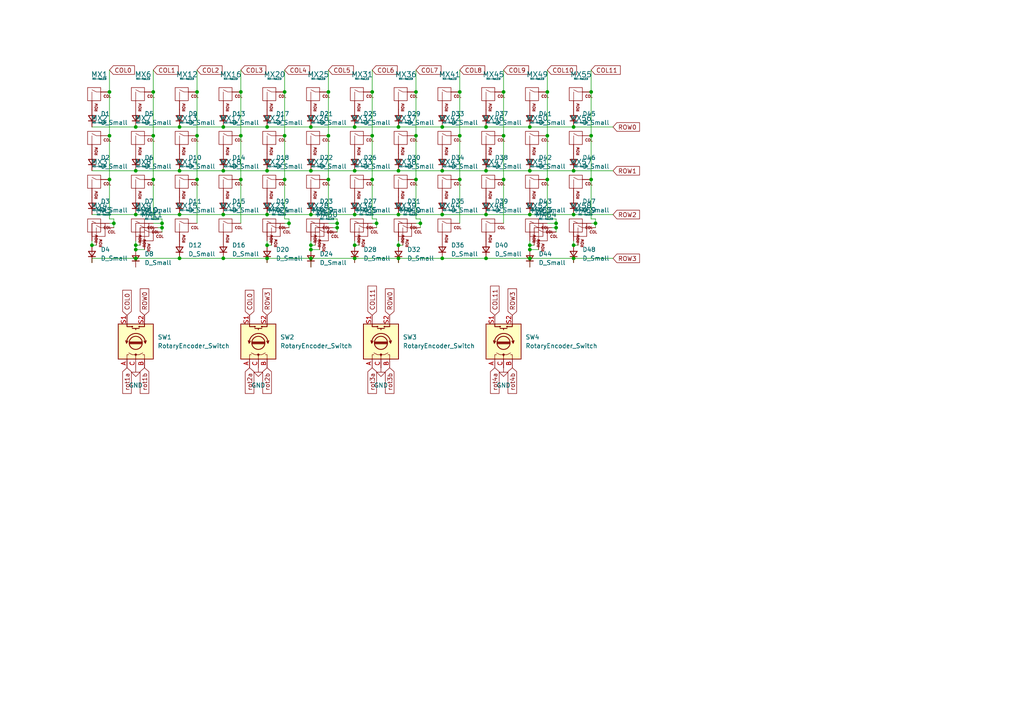
<source format=kicad_sch>
(kicad_sch (version 20211123) (generator eeschema)
  (paper "A4")
  (lib_symbols
    (symbol "Device:D_Small" (pin_numbers hide) (pin_names (offset 0.254) hide)
      (property "Reference" "D" (at -1.27 2.032 0))
      (property "Value" "D_Small" (at -3.81 -2.032 0))
      (symbol "D_Small_0_1"
        (polyline (pts (xy -0.762 -1.016) (xy -0.762 1.016)) (stroke (width 0.254)))
        (polyline (pts (xy -0.762 0) (xy 0.762 0)))
        (polyline (pts (xy 0.762 -1.016) (xy -0.762 0) (xy 0.762 1.016) (xy 0.762 -1.016)) (stroke (width 0.254)))
      )
      (symbol "D_Small_1_1"
        (pin passive line (at -2.54 0 0) (length 1.778) (name "K") (number "1"))
        (pin passive line (at 2.54 0 180) (length 1.778) (name "A") (number "2"))
      )
    )
    (symbol "Device:RotaryEncoder_Switch" (pin_names (offset 0.254) hide)
      (property "Reference" "SW" (at 0 6.604 0))
      (property "Value" "RotaryEncoder_Switch" (at 0 -6.604 0))
      (symbol "RotaryEncoder_Switch_0_1"
        (rectangle (start -5.08 5.08) (end 5.08 -5.08) (stroke (width 0.254)) (fill (type background)))
        (circle (center -3.81 0) (radius 0.254) (fill (type outline)))
        (arc (start -0.381 -2.794) (mid 2.3622 -0.0508) (end -0.381 2.667) (stroke (width 0.254)))
        (circle (center -0.381 0) (radius 1.905) (stroke (width 0.254)))
        (polyline (pts (xy -0.635 -1.778) (xy -0.635 1.778)) (stroke (width 0.254)))
        (polyline (pts (xy -0.381 -1.778) (xy -0.381 1.778)) (stroke (width 0.254)))
        (polyline (pts (xy -0.127 1.778) (xy -0.127 -1.778)) (stroke (width 0.254)))
        (polyline (pts (xy 3.81 0) (xy 3.429 0)) (stroke (width 0.254)))
        (polyline (pts (xy 3.81 1.016) (xy 3.81 -1.016)) (stroke (width 0.254)))
        (polyline (pts (xy -5.08 -2.54) (xy -3.81 -2.54) (xy -3.81 -2.032)))
        (polyline (pts (xy -5.08 2.54) (xy -3.81 2.54) (xy -3.81 2.032)))
        (polyline (pts (xy 0.254 -3.048) (xy -0.508 -2.794) (xy 0.127 -2.413)) (stroke (width 0.254)))
        (polyline (pts (xy 0.254 2.921) (xy -0.508 2.667) (xy 0.127 2.286)) (stroke (width 0.254)))
        (polyline (pts (xy 5.08 -2.54) (xy 4.318 -2.54) (xy 4.318 -1.016)) (stroke (width 0.254)))
        (polyline (pts (xy 5.08 2.54) (xy 4.318 2.54) (xy 4.318 1.016)) (stroke (width 0.254)))
        (polyline (pts (xy -5.08 0) (xy -3.81 0) (xy -3.81 -1.016) (xy -3.302 -2.032)))
        (polyline (pts (xy -4.318 0) (xy -3.81 0) (xy -3.81 1.016) (xy -3.302 2.032)))
        (circle (center 4.318 -1.016) (radius 0.127) (stroke (width 0.254)))
        (circle (center 4.318 1.016) (radius 0.127) (stroke (width 0.254)))
      )
      (symbol "RotaryEncoder_Switch_1_1"
        (pin passive line (at -7.62 2.54 0) (length 2.54) (name "A") (number "A"))
        (pin passive line (at -7.62 -2.54 0) (length 2.54) (name "B") (number "B"))
        (pin passive line (at -7.62 0 0) (length 2.54) (name "C") (number "C"))
        (pin passive line (at 7.62 2.54 180) (length 2.54) (name "S1") (number "S1"))
        (pin passive line (at 7.62 -2.54 180) (length 2.54) (name "S2") (number "S2"))
      )
    )
    (symbol "cipulot_parts:MX-NoLED" (pin_names (offset 1.016))
      (property "Reference" "MX" (at -0.635 3.81 0))
      (property "Value" "MX-NoLED" (at -0.635 1.27 0))
      (symbol "MX-NoLED_0_0"
        (rectangle (start -2.54 2.54) (end 1.27 -1.27))
        (polyline (pts (xy -1.27 -1.27) (xy -1.27 1.27)) (stroke (width 0.127)))
        (polyline (pts (xy 1.27 1.27) (xy 0 1.27) (xy -1.27 1.905)) (stroke (width 0.127)))
        (text "COL" (at 3.175 0 0) (effects (font (size 0.762 0.762))))
        (text "ROW" (at 0 -1.905 900) (effects (font (size 0.762 0.762)) (justify right)))
      )
      (symbol "MX-NoLED_1_1"
        (pin passive line (at 3.81 1.27 180) (length 2.54) (name "COL") (number "1"))
        (pin passive line (at -1.27 -3.81 90) (length 2.54) (name "ROW") (number "2"))
      )
    )
    (symbol "power:GND" (power) (pin_names (offset 0))
      (property "Value" "GND" (at 0 -3.81 0))
      (symbol "GND_0_1"
        (polyline (pts (xy 0 0) (xy 0 -1.27) (xy 1.27 -1.27) (xy 0 -2.54) (xy -1.27 -1.27) (xy 0 -1.27)))
      )
      (symbol "GND_1_1"
        (pin power_in line (at 0 0 270) (length 0) hide (name "GND") (number "1"))
      )
    )
  )
  (junction (at 39.37 49.53))
  (junction (at 69.85 52.07))
  (junction (at 161.29 66.04))
  (junction (at 82.55 26.67))
  (junction (at 90.17 72.39))
  (junction (at 115.57 36.83))
  (junction (at 77.47 74.93))
  (junction (at 140.97 36.83))
  (junction (at 82.55 52.07))
  (junction (at 102.87 49.53))
  (junction (at 166.37 71.12))
  (junction (at 140.97 62.23))
  (junction (at 77.47 62.23))
  (junction (at 97.79 64.77))
  (junction (at 69.85 26.67))
  (junction (at 46.99 66.04))
  (junction (at 158.75 39.37))
  (junction (at 57.15 39.37))
  (junction (at 52.07 36.83))
  (junction (at 153.67 49.53))
  (junction (at 140.97 49.53))
  (junction (at 77.47 71.12))
  (junction (at 153.67 71.12))
  (junction (at 107.95 39.37))
  (junction (at 120.65 52.07))
  (junction (at 133.35 39.37))
  (junction (at 64.77 36.83))
  (junction (at 90.17 74.93))
  (junction (at 121.92 64.77))
  (junction (at 39.37 62.23))
  (junction (at 44.45 26.67))
  (junction (at 64.77 62.23))
  (junction (at 102.87 71.12))
  (junction (at 128.27 49.53))
  (junction (at 171.45 39.37))
  (junction (at 95.25 52.07))
  (junction (at 109.22 64.77))
  (junction (at 57.15 26.67))
  (junction (at 90.17 62.23))
  (junction (at 82.55 39.37))
  (junction (at 146.05 26.67))
  (junction (at 52.07 74.93))
  (junction (at 172.72 64.77))
  (junction (at 161.29 64.77))
  (junction (at 115.57 74.93))
  (junction (at 146.05 52.07))
  (junction (at 31.75 52.07))
  (junction (at 171.45 26.67))
  (junction (at 31.75 26.67))
  (junction (at 39.37 74.93))
  (junction (at 39.37 72.39))
  (junction (at 102.87 74.93))
  (junction (at 90.17 71.12))
  (junction (at 95.25 39.37))
  (junction (at 83.82 64.77))
  (junction (at 107.95 52.07))
  (junction (at 166.37 36.83))
  (junction (at 158.75 52.07))
  (junction (at 133.35 52.07))
  (junction (at 140.97 74.93))
  (junction (at 102.87 62.23))
  (junction (at 77.47 49.53))
  (junction (at 107.95 26.67))
  (junction (at 64.77 74.93))
  (junction (at 115.57 71.12))
  (junction (at 128.27 62.23))
  (junction (at 90.17 36.83))
  (junction (at 146.05 39.37))
  (junction (at 52.07 62.23))
  (junction (at 39.37 36.83))
  (junction (at 166.37 74.93))
  (junction (at 158.75 26.67))
  (junction (at 26.67 71.12))
  (junction (at 153.67 74.93))
  (junction (at 69.85 39.37))
  (junction (at 44.45 52.07))
  (junction (at 120.65 26.67))
  (junction (at 46.99 64.77))
  (junction (at 90.17 49.53))
  (junction (at 153.67 36.83))
  (junction (at 39.37 71.12))
  (junction (at 133.35 26.67))
  (junction (at 115.57 49.53))
  (junction (at 52.07 49.53))
  (junction (at 115.57 62.23))
  (junction (at 120.65 39.37))
  (junction (at 57.15 52.07))
  (junction (at 77.47 36.83))
  (junction (at 128.27 74.93))
  (junction (at 171.45 52.07))
  (junction (at 64.77 49.53))
  (junction (at 166.37 62.23))
  (junction (at 153.67 72.39))
  (junction (at 97.79 66.04))
  (junction (at 44.45 39.37))
  (junction (at 95.25 26.67))
  (junction (at 31.75 39.37))
  (junction (at 128.27 36.83))
  (junction (at 153.67 62.23))
  (junction (at 166.37 49.53))
  (junction (at 33.02 64.77))
  (junction (at 102.87 36.83))
  (wire (pts (xy 57.15 39.37) (xy 57.15 52.07)))
  (wire (pts (xy 120.65 20.32) (xy 120.65 26.67)))
  (wire (pts (xy 102.87 49.53) (xy 115.57 49.53)))
  (wire (pts (xy 115.57 62.23) (xy 128.27 62.23)))
  (wire (pts (xy 158.75 64.77) (xy 161.29 64.77)))
  (wire (pts (xy 166.37 74.93) (xy 177.8 74.93)))
  (wire (pts (xy 44.45 26.67) (xy 44.45 39.37)))
  (wire (pts (xy 57.15 20.32) (xy 57.15 26.67)))
  (wire (pts (xy 115.57 69.85) (xy 115.57 71.12)))
  (wire (pts (xy 102.87 71.12) (xy 104.14 71.12)))
  (wire (pts (xy 69.85 39.37) (xy 69.85 52.07)))
  (wire (pts (xy 82.55 26.67) (xy 82.55 39.37)))
  (wire (pts (xy 31.75 39.37) (xy 31.75 52.07)))
  (wire (pts (xy 77.47 49.53) (xy 90.17 49.53)))
  (wire (pts (xy 97.79 66.04) (xy 97.79 67.31)))
  (wire (pts (xy 158.75 52.07) (xy 158.75 39.37)))
  (wire (pts (xy 96.52 66.04) (xy 97.79 66.04)))
  (wire (pts (xy 77.47 74.93) (xy 90.17 74.93)))
  (wire (pts (xy 64.77 74.93) (xy 77.47 74.93)))
  (wire (pts (xy 31.75 20.32) (xy 31.75 26.67)))
  (wire (pts (xy 171.45 20.32) (xy 171.45 26.67)))
  (wire (pts (xy 109.22 64.77) (xy 109.22 66.04)))
  (wire (pts (xy 166.37 74.93) (xy 166.37 76.2)))
  (wire (pts (xy 115.57 74.93) (xy 128.27 74.93)))
  (wire (pts (xy 146.05 20.32) (xy 146.05 26.67)))
  (wire (pts (xy 39.37 74.93) (xy 26.67 74.93)))
  (wire (pts (xy 52.07 36.83) (xy 64.77 36.83)))
  (wire (pts (xy 26.67 69.85) (xy 26.67 71.12)))
  (wire (pts (xy 90.17 74.93) (xy 102.87 74.93)))
  (wire (pts (xy 166.37 71.12) (xy 167.64 71.12)))
  (wire (pts (xy 52.07 74.93) (xy 64.77 74.93)))
  (wire (pts (xy 102.87 62.23) (xy 115.57 62.23)))
  (wire (pts (xy 128.27 62.23) (xy 140.97 62.23)))
  (wire (pts (xy 121.92 63.5) (xy 120.65 63.5)))
  (wire (pts (xy 97.79 64.77) (xy 97.79 66.04)))
  (wire (pts (xy 158.75 63.5) (xy 158.75 52.07)))
  (wire (pts (xy 128.27 74.93) (xy 140.97 74.93)))
  (wire (pts (xy 33.02 64.77) (xy 33.02 63.5)))
  (wire (pts (xy 120.65 63.5) (xy 120.65 52.07)))
  (wire (pts (xy 115.57 36.83) (xy 128.27 36.83)))
  (wire (pts (xy 153.67 62.23) (xy 166.37 62.23)))
  (wire (pts (xy 90.17 71.12) (xy 90.17 72.39)))
  (wire (pts (xy 153.67 71.12) (xy 154.94 71.12)))
  (wire (pts (xy 46.99 66.04) (xy 46.99 67.31)))
  (wire (pts (xy 153.67 69.85) (xy 153.67 71.12)))
  (wire (pts (xy 102.87 74.93) (xy 102.87 76.2)))
  (wire (pts (xy 153.67 72.39) (xy 156.21 72.39)))
  (wire (pts (xy 77.47 69.85) (xy 77.47 71.12)))
  (wire (pts (xy 46.99 64.77) (xy 46.99 63.5)))
  (wire (pts (xy 39.37 71.12) (xy 40.64 71.12)))
  (wire (pts (xy 172.72 64.77) (xy 172.72 66.04)))
  (wire (pts (xy 39.37 36.83) (xy 52.07 36.83)))
  (wire (pts (xy 52.07 74.93) (xy 39.37 74.93)))
  (wire (pts (xy 39.37 71.12) (xy 39.37 72.39)))
  (wire (pts (xy 83.82 64.77) (xy 83.82 63.5)))
  (wire (pts (xy 153.67 71.12) (xy 153.67 72.39)))
  (wire (pts (xy 146.05 26.67) (xy 146.05 39.37)))
  (wire (pts (xy 46.99 64.77) (xy 46.99 66.04)))
  (wire (pts (xy 69.85 52.07) (xy 69.85 64.77)))
  (wire (pts (xy 97.79 64.77) (xy 97.79 63.5)))
  (wire (pts (xy 44.45 39.37) (xy 44.45 52.07)))
  (wire (pts (xy 64.77 49.53) (xy 77.47 49.53)))
  (wire (pts (xy 95.25 63.5) (xy 95.25 52.07)))
  (wire (pts (xy 107.95 52.07) (xy 107.95 63.5)))
  (wire (pts (xy 140.97 49.53) (xy 153.67 49.53)))
  (wire (pts (xy 166.37 49.53) (xy 177.8 49.53)))
  (wire (pts (xy 26.67 74.93) (xy 26.67 76.2)))
  (wire (pts (xy 45.72 66.04) (xy 46.99 66.04)))
  (wire (pts (xy 107.95 20.32) (xy 107.95 26.67)))
  (wire (pts (xy 82.55 63.5) (xy 82.55 52.07)))
  (wire (pts (xy 77.47 36.83) (xy 90.17 36.83)))
  (wire (pts (xy 128.27 49.53) (xy 140.97 49.53)))
  (wire (pts (xy 102.87 69.85) (xy 102.87 71.12)))
  (wire (pts (xy 44.45 63.5) (xy 44.45 52.07)))
  (wire (pts (xy 161.29 63.5) (xy 158.75 63.5)))
  (wire (pts (xy 95.25 26.67) (xy 95.25 39.37)))
  (wire (pts (xy 109.22 64.77) (xy 109.22 63.5)))
  (wire (pts (xy 90.17 69.85) (xy 90.17 71.12)))
  (wire (pts (xy 33.02 64.77) (xy 33.02 66.04)))
  (wire (pts (xy 146.05 52.07) (xy 146.05 64.77)))
  (wire (pts (xy 31.75 26.67) (xy 31.75 39.37)))
  (wire (pts (xy 95.25 64.77) (xy 97.79 64.77)))
  (wire (pts (xy 172.72 63.5) (xy 171.45 63.5)))
  (wire (pts (xy 158.75 26.67) (xy 158.75 20.32)))
  (wire (pts (xy 95.25 20.32) (xy 95.25 26.67)))
  (wire (pts (xy 115.57 71.12) (xy 116.84 71.12)))
  (wire (pts (xy 171.45 64.77) (xy 172.72 64.77)))
  (wire (pts (xy 166.37 36.83) (xy 177.8 36.83)))
  (wire (pts (xy 31.75 63.5) (xy 31.75 52.07)))
  (wire (pts (xy 82.55 20.32) (xy 82.55 26.67)))
  (wire (pts (xy 77.47 74.93) (xy 77.47 76.2)))
  (wire (pts (xy 107.95 63.5) (xy 109.22 63.5)))
  (wire (pts (xy 158.75 39.37) (xy 158.75 26.67)))
  (wire (pts (xy 120.65 64.77) (xy 121.92 64.77)))
  (wire (pts (xy 69.85 26.67) (xy 69.85 39.37)))
  (wire (pts (xy 133.35 26.67) (xy 133.35 39.37)))
  (wire (pts (xy 115.57 49.53) (xy 128.27 49.53)))
  (wire (pts (xy 64.77 62.23) (xy 77.47 62.23)))
  (wire (pts (xy 44.45 64.77) (xy 46.99 64.77)))
  (wire (pts (xy 161.29 64.77) (xy 161.29 66.04)))
  (wire (pts (xy 46.99 63.5) (xy 44.45 63.5)))
  (wire (pts (xy 102.87 74.93) (xy 115.57 74.93)))
  (wire (pts (xy 90.17 36.83) (xy 102.87 36.83)))
  (wire (pts (xy 153.67 49.53) (xy 166.37 49.53)))
  (wire (pts (xy 107.95 26.67) (xy 107.95 39.37)))
  (wire (pts (xy 83.82 63.5) (xy 82.55 63.5)))
  (wire (pts (xy 90.17 62.23) (xy 102.87 62.23)))
  (wire (pts (xy 90.17 72.39) (xy 92.71 72.39)))
  (wire (pts (xy 83.82 64.77) (xy 83.82 66.04)))
  (wire (pts (xy 133.35 39.37) (xy 133.35 52.07)))
  (wire (pts (xy 133.35 20.32) (xy 133.35 26.67)))
  (wire (pts (xy 77.47 71.12) (xy 78.74 71.12)))
  (wire (pts (xy 153.67 36.83) (xy 166.37 36.83)))
  (wire (pts (xy 26.67 49.53) (xy 39.37 49.53)))
  (wire (pts (xy 102.87 36.83) (xy 115.57 36.83)))
  (wire (pts (xy 128.27 36.83) (xy 140.97 36.83)))
  (wire (pts (xy 140.97 62.23) (xy 153.67 62.23)))
  (wire (pts (xy 31.75 64.77) (xy 33.02 64.77)))
  (wire (pts (xy 82.55 64.77) (xy 83.82 64.77)))
  (wire (pts (xy 115.57 74.93) (xy 115.57 76.2)))
  (wire (pts (xy 39.37 72.39) (xy 41.91 72.39)))
  (wire (pts (xy 120.65 26.67) (xy 120.65 39.37)))
  (wire (pts (xy 95.25 39.37) (xy 95.25 52.07)))
  (wire (pts (xy 39.37 69.85) (xy 39.37 71.12)))
  (wire (pts (xy 26.67 71.12) (xy 27.94 71.12)))
  (wire (pts (xy 171.45 39.37) (xy 171.45 52.07)))
  (wire (pts (xy 57.15 52.07) (xy 57.15 64.77)))
  (wire (pts (xy 44.45 20.32) (xy 44.45 26.67)))
  (wire (pts (xy 39.37 74.93) (xy 39.37 77.47)))
  (wire (pts (xy 172.72 63.5) (xy 172.72 64.77)))
  (wire (pts (xy 82.55 39.37) (xy 82.55 52.07)))
  (wire (pts (xy 171.45 52.07) (xy 171.45 63.5)))
  (wire (pts (xy 166.37 62.23) (xy 177.8 62.23)))
  (wire (pts (xy 153.67 74.93) (xy 166.37 74.93)))
  (wire (pts (xy 52.07 62.23) (xy 64.77 62.23)))
  (wire (pts (xy 26.67 62.23) (xy 39.37 62.23)))
  (wire (pts (xy 133.35 52.07) (xy 133.35 64.77)))
  (wire (pts (xy 90.17 71.12) (xy 91.44 71.12)))
  (wire (pts (xy 121.92 64.77) (xy 121.92 66.04)))
  (wire (pts (xy 107.95 39.37) (xy 107.95 52.07)))
  (wire (pts (xy 33.02 63.5) (xy 31.75 63.5)))
  (wire (pts (xy 77.47 62.23) (xy 90.17 62.23)))
  (wire (pts (xy 107.95 64.77) (xy 109.22 64.77)))
  (wire (pts (xy 161.29 66.04) (xy 161.29 67.31)))
  (wire (pts (xy 140.97 74.93) (xy 153.67 74.93)))
  (wire (pts (xy 166.37 69.85) (xy 166.37 71.12)))
  (wire (pts (xy 161.29 64.77) (xy 161.29 63.5)))
  (wire (pts (xy 39.37 62.23) (xy 52.07 62.23)))
  (wire (pts (xy 160.02 66.04) (xy 161.29 66.04)))
  (wire (pts (xy 146.05 39.37) (xy 146.05 52.07)))
  (wire (pts (xy 153.67 74.93) (xy 153.67 77.47)))
  (wire (pts (xy 52.07 49.53) (xy 64.77 49.53)))
  (wire (pts (xy 90.17 74.93) (xy 90.17 77.47)))
  (wire (pts (xy 69.85 20.32) (xy 69.85 26.67)))
  (wire (pts (xy 57.15 26.67) (xy 57.15 39.37)))
  (wire (pts (xy 26.67 36.83) (xy 39.37 36.83)))
  (wire (pts (xy 120.65 39.37) (xy 120.65 52.07)))
  (wire (pts (xy 97.79 63.5) (xy 95.25 63.5)))
  (wire (pts (xy 39.37 49.53) (xy 52.07 49.53)))
  (wire (pts (xy 64.77 36.83) (xy 77.47 36.83)))
  (wire (pts (xy 90.17 49.53) (xy 102.87 49.53)))
  (wire (pts (xy 171.45 26.67) (xy 171.45 39.37)))
  (wire (pts (xy 121.92 64.77) (xy 121.92 63.5)))
  (wire (pts (xy 140.97 36.83) (xy 153.67 36.83)))
  (global_label "COL0" (shape input) (at 36.83 91.44 90) (property "Intersheet References" "${INTERSHEET_REFS}" (effects hide)))
  (global_label "COL9" (shape input) (at 146.05 20.32 0) (property "Intersheet References" "${INTERSHEET_REFS}" (effects hide)))
  (global_label "COL10" (shape input) (at 158.75 20.32 0) (property "Intersheet References" "${INTERSHEET_REFS}" (effects hide)))
  (global_label "COL5" (shape input) (at 95.25 20.32 0) (property "Intersheet References" "${INTERSHEET_REFS}" (effects hide)))
  (global_label "ROW1" (shape input) (at 177.8 49.53 0) (property "Intersheet References" "${INTERSHEET_REFS}" (effects hide)))
  (global_label "COL0" (shape input) (at 72.39 91.44 90) (property "Intersheet References" "${INTERSHEET_REFS}" (effects hide)))
  (global_label "COL8" (shape input) (at 133.35 20.32 0) (property "Intersheet References" "${INTERSHEET_REFS}" (effects hide)))
  (global_label "rot4a" (shape input) (at 143.51 106.68 270) (property "Intersheet References" "${INTERSHEET_REFS}" (effects hide)))
  (global_label "rot1b" (shape input) (at 41.91 106.68 270) (property "Intersheet References" "${INTERSHEET_REFS}" (effects hide)))
  (global_label "COL11" (shape input) (at 107.95 91.44 90) (property "Intersheet References" "${INTERSHEET_REFS}" (effects hide)))
  (global_label "COL11" (shape input) (at 143.51 91.44 90) (property "Intersheet References" "${INTERSHEET_REFS}" (effects hide)))
  (global_label "ROW0" (shape input) (at 177.8 36.83 0) (property "Intersheet References" "${INTERSHEET_REFS}" (effects hide)))
  (global_label "rot1a" (shape input) (at 36.83 106.68 270) (property "Intersheet References" "${INTERSHEET_REFS}" (effects hide)))
  (global_label "COL7" (shape input) (at 120.65 20.32 0) (property "Intersheet References" "${INTERSHEET_REFS}" (effects hide)))
  (global_label "COL1" (shape input) (at 44.45 20.32 0) (property "Intersheet References" "${INTERSHEET_REFS}" (effects hide)))
  (global_label "COL6" (shape input) (at 107.95 20.32 0) (property "Intersheet References" "${INTERSHEET_REFS}" (effects hide)))
  (global_label "rot2b" (shape input) (at 77.47 106.68 270) (property "Intersheet References" "${INTERSHEET_REFS}" (effects hide)))
  (global_label "COL4" (shape input) (at 82.55 20.32 0) (property "Intersheet References" "${INTERSHEET_REFS}" (effects hide)))
  (global_label "COL3" (shape input) (at 69.85 20.32 0) (property "Intersheet References" "${INTERSHEET_REFS}" (effects hide)))
  (global_label "COL2" (shape input) (at 57.15 20.32 0) (property "Intersheet References" "${INTERSHEET_REFS}" (effects hide)))
  (global_label "ROW3" (shape input) (at 177.8 74.93 0) (property "Intersheet References" "${INTERSHEET_REFS}" (effects hide)))
  (global_label "ROW3" (shape input) (at 77.47 91.44 90) (property "Intersheet References" "${INTERSHEET_REFS}" (effects hide)))
  (global_label "rot3b" (shape input) (at 113.03 106.68 270) (property "Intersheet References" "${INTERSHEET_REFS}" (effects hide)))
  (global_label "rot4b" (shape input) (at 148.59 106.68 270) (property "Intersheet References" "${INTERSHEET_REFS}" (effects hide)))
  (global_label "ROW2" (shape input) (at 177.8 62.23 0) (property "Intersheet References" "${INTERSHEET_REFS}" (effects hide)))
  (global_label "rot2a" (shape input) (at 72.39 106.68 270) (property "Intersheet References" "${INTERSHEET_REFS}" (effects hide)))
  (global_label "ROW3" (shape input) (at 148.59 91.44 90) (property "Intersheet References" "${INTERSHEET_REFS}" (effects hide)))
  (global_label "ROW0" (shape input) (at 41.91 91.44 90) (property "Intersheet References" "${INTERSHEET_REFS}" (effects hide)))
  (global_label "rot3a" (shape input) (at 107.95 106.68 270) (property "Intersheet References" "${INTERSHEET_REFS}" (effects hide)))
  (global_label "COL0" (shape input) (at 31.75 20.32 0) (property "Intersheet References" "${INTERSHEET_REFS}" (effects hide)))
  (global_label "ROW0" (shape input) (at 113.03 91.44 90) (property "Intersheet References" "${INTERSHEET_REFS}" (effects hide)))
  (global_label "COL11" (shape input) (at 171.45 20.32 0) (property "Intersheet References" "${INTERSHEET_REFS}" (effects hide)))
  (symbol (lib_id "cipulot_parts:MX-NoLED") (at 142.24 40.64 0) (unit 1)
    (property "Reference" "MX46" (at 143.1256 34.29 0) (effects (font (size 1.524 1.524))))
    (property "Value" "MX-NoLED" (at 143.1256 35.56 0) (effects (font (size 0.508 0.508))))
    (property "Footprint" "cipulot_parts:MX-1U-NoLED" (effects hide))
  )
  (symbol (lib_id "cipulot_parts:MX-NoLED") (at 27.94 66.04 0) (unit 1)
    (property "Reference" "MX4" (at 28.8256 59.69 0) (effects (font (size 1.524 1.524))))
    (property "Value" "MX-NoLED" (at 28.8256 60.96 0) (effects (font (size 0.508 0.508))))
    (property "Footprint" "cipulot_parts:MX-1U-NoLED" (effects hide))
  )
  (symbol (lib_id "cipulot_parts:MX-NoLED") (at 91.44 53.34 0) (unit 1)
    (property "Reference" "MX27" (at 92.3256 46.99 0) (effects (font (size 1.524 1.524))))
    (property "Value" "MX-NoLED" (at 92.3256 48.26 0) (effects (font (size 0.508 0.508))))
    (property "Footprint" "cipulot_parts:MX-1U-NoLED" (effects hide))
  )
  (symbol (lib_id "cipulot_parts:MX-NoLED") (at 167.64 53.34 0) (unit 1)
    (property "Reference" "MX57" (at 168.5256 46.99 0) (effects (font (size 1.524 1.524))))
    (property "Value" "MX-NoLED" (at 168.5256 48.26 0) (effects (font (size 0.508 0.508))))
    (property "Footprint" "cipulot_parts:MX-1U-NoLED" (effects hide))
  )
  (symbol (lib_id "Device:D_Small") (at 77.47 34.29 90) (unit 1)
    (property "Reference" "D17" (at 80.01 33.0199 90) (effects (justify right)))
    (property "Value" "D_Small" (at 80.01 35.5599 90) (effects (justify right)))
    (property "Footprint" "Diode_SMD:D_SOD-123" (effects hide))
  )
  (symbol (lib_id "cipulot_parts:MX-NoLED") (at 80.01 67.31 0) (unit 1)
    (property "Reference" "MX24" (at 80.8956 60.96 0) (effects (font (size 1.524 1.524))))
    (property "Value" "MX-NoLED" (at 80.8956 62.23 0) (effects (font (size 0.508 0.508))))
    (property "Footprint" "cipulot_parts:MX-3U-ReversedStabilizers-NoLED" (effects hide))
  )
  (symbol (lib_id "Device:RotaryEncoder_Switch") (at 110.49 99.06 90) (unit 1)
    (property "Reference" "SW3" (at 116.84 97.7899 90) (effects (justify right)))
    (property "Value" "RotaryEncoder_Switch" (at 116.84 100.3299 90) (effects (justify right)))
    (property "Footprint" "Rotary_Encoder:RotaryEncoder_Alps_EC11E-Switch_Vertical_H20mm" (effects hide))
  )
  (symbol (lib_id "Device:D_Small") (at 128.27 72.39 90) (unit 1)
    (property "Reference" "D36" (at 130.81 71.1199 90) (effects (justify right)))
    (property "Value" "D_Small" (at 130.81 73.6599 90) (effects (justify right)))
    (property "Footprint" "Diode_SMD:D_SOD-123" (effects hide))
  )
  (symbol (lib_id "cipulot_parts:MX-NoLED") (at 154.94 66.04 0) (unit 1)
    (property "Reference" "MX52" (at 155.8256 59.69 0) (effects (font (size 1.524 1.524))))
    (property "Value" "MX-NoLED" (at 155.8256 60.96 0) (effects (font (size 0.508 0.508))))
    (property "Footprint" "cipulot_parts:MX-1U-NoLED" (effects hide))
  )
  (symbol (lib_id "Device:RotaryEncoder_Switch") (at 39.37 99.06 90) (unit 1)
    (property "Reference" "SW1" (at 45.72 97.7899 90) (effects (justify right)))
    (property "Value" "RotaryEncoder_Switch" (at 45.72 100.3299 90) (effects (justify right)))
    (property "Footprint" "Rotary_Encoder:RotaryEncoder_Alps_EC11E-Switch_Vertical_H20mm" (effects hide))
  )
  (symbol (lib_id "cipulot_parts:MX-NoLED") (at 40.64 40.64 0) (unit 1)
    (property "Reference" "MX7" (at 41.5256 34.29 0) (effects (font (size 1.524 1.524))))
    (property "Value" "MX-NoLED" (at 41.5256 35.56 0) (effects (font (size 0.508 0.508))))
    (property "Footprint" "cipulot_parts:MX-1U-NoLED" (effects hide))
  )
  (symbol (lib_id "cipulot_parts:MX-NoLED") (at 27.94 40.64 0) (unit 1)
    (property "Reference" "MX2" (at 28.8256 34.29 0) (effects (font (size 1.524 1.524))))
    (property "Value" "MX-NoLED" (at 28.8256 35.56 0) (effects (font (size 0.508 0.508))))
    (property "Footprint" "cipulot_parts:MX-1U-NoLED" (effects hide))
  )
  (symbol (lib_id "cipulot_parts:MX-NoLED") (at 104.14 27.94 0) (unit 1)
    (property "Reference" "MX31" (at 105.0256 21.59 0) (effects (font (size 1.524 1.524))))
    (property "Value" "MX-NoLED" (at 105.0256 22.86 0) (effects (font (size 0.508 0.508))))
    (property "Footprint" "cipulot_parts:MX-1U-NoLED" (effects hide))
  )
  (symbol (lib_id "Device:D_Small") (at 52.07 34.29 90) (unit 1)
    (property "Reference" "D9" (at 54.61 33.0199 90) (effects (justify right)))
    (property "Value" "D_Small" (at 54.61 35.5599 90) (effects (justify right)))
    (property "Footprint" "Diode_SMD:D_SOD-123" (effects hide))
  )
  (symbol (lib_id "cipulot_parts:MX-NoLED") (at 104.14 53.34 0) (unit 1)
    (property "Reference" "MX33" (at 105.0256 46.99 0) (effects (font (size 1.524 1.524))))
    (property "Value" "MX-NoLED" (at 105.0256 48.26 0) (effects (font (size 0.508 0.508))))
    (property "Footprint" "cipulot_parts:MX-1U-NoLED" (effects hide))
  )
  (symbol (lib_id "power:GND") (at 110.49 106.68 0) (unit 1)
    (property "Reference" "#PWR0101" (effects hide))
    (property "Value" "GND" (at 110.49 111.76 0))
  )
  (symbol (lib_id "Device:D_Small") (at 115.57 73.66 90) (unit 1)
    (property "Reference" "D32" (at 118.11 72.3899 90) (effects (justify right)))
    (property "Value" "D_Small" (at 118.11 74.9299 90) (effects (justify right)))
    (property "Footprint" "Diode_SMD:D_SOD-123" (effects hide))
  )
  (symbol (lib_id "cipulot_parts:MX-NoLED") (at 104.14 66.04 0) (unit 1)
    (property "Reference" "MX34" (at 105.0256 59.69 0) (effects (font (size 1.524 1.524))))
    (property "Value" "MX-NoLED" (at 105.0256 60.96 0) (effects (font (size 0.508 0.508))))
    (property "Footprint" "cipulot_parts:MX-1U-NoLED" (effects hide))
  )
  (symbol (lib_id "cipulot_parts:MX-NoLED") (at 78.74 27.94 0) (unit 1)
    (property "Reference" "MX20" (at 79.6256 21.59 0) (effects (font (size 1.524 1.524))))
    (property "Value" "MX-NoLED" (at 79.6256 22.86 0) (effects (font (size 0.508 0.508))))
    (property "Footprint" "cipulot_parts:MX-1U-NoLED" (effects hide))
  )
  (symbol (lib_id "Device:D_Small") (at 26.67 46.99 90) (unit 1)
    (property "Reference" "D2" (at 29.21 45.7199 90) (effects (justify right)))
    (property "Value" "D_Small" (at 29.21 48.2599 90) (effects (justify right)))
    (property "Footprint" "Diode_SMD:D_SOD-123" (effects hide))
  )
  (symbol (lib_id "Device:D_Small") (at 140.97 34.29 90) (unit 1)
    (property "Reference" "D37" (at 143.51 33.0199 90) (effects (justify right)))
    (property "Value" "D_Small" (at 143.51 35.5599 90) (effects (justify right)))
    (property "Footprint" "Diode_SMD:D_SOD-123" (effects hide))
  )
  (symbol (lib_id "cipulot_parts:MX-NoLED") (at 154.94 27.94 0) (unit 1)
    (property "Reference" "MX49" (at 155.8256 21.59 0) (effects (font (size 1.524 1.524))))
    (property "Value" "MX-NoLED" (at 155.8256 22.86 0) (effects (font (size 0.508 0.508))))
    (property "Footprint" "cipulot_parts:MX-1U-NoLED" (effects hide))
  )
  (symbol (lib_id "cipulot_parts:MX-NoLED") (at 66.04 53.34 0) (unit 1)
    (property "Reference" "MX18" (at 66.9256 46.99 0) (effects (font (size 1.524 1.524))))
    (property "Value" "MX-NoLED" (at 66.9256 48.26 0) (effects (font (size 0.508 0.508))))
    (property "Footprint" "cipulot_parts:MX-1U-NoLED" (effects hide))
  )
  (symbol (lib_id "cipulot_parts:MX-NoLED") (at 104.14 40.64 0) (unit 1)
    (property "Reference" "MX32" (at 105.0256 34.29 0) (effects (font (size 1.524 1.524))))
    (property "Value" "MX-NoLED" (at 105.0256 35.56 0) (effects (font (size 0.508 0.508))))
    (property "Footprint" "cipulot_parts:MX-1U-NoLED" (effects hide))
  )
  (symbol (lib_id "Device:D_Small") (at 102.87 73.66 90) (unit 1)
    (property "Reference" "D28" (at 105.41 72.3899 90) (effects (justify right)))
    (property "Value" "D_Small" (at 105.41 74.9299 90) (effects (justify right)))
    (property "Footprint" "Diode_SMD:D_SOD-123" (effects hide))
  )
  (symbol (lib_id "Device:D_Small") (at 102.87 46.99 90) (unit 1)
    (property "Reference" "D26" (at 105.41 45.7199 90) (effects (justify right)))
    (property "Value" "D_Small" (at 105.41 48.2599 90) (effects (justify right)))
    (property "Footprint" "Diode_SMD:D_SOD-123" (effects hide))
  )
  (symbol (lib_id "cipulot_parts:MX-NoLED") (at 53.34 53.34 0) (unit 1)
    (property "Reference" "MX14" (at 54.2256 46.99 0) (effects (font (size 1.524 1.524))))
    (property "Value" "MX-NoLED" (at 54.2256 48.26 0) (effects (font (size 0.508 0.508))))
    (property "Footprint" "cipulot_parts:MX-1U-NoLED" (effects hide))
  )
  (symbol (lib_id "cipulot_parts:MX-NoLED") (at 105.41 67.31 0) (unit 1)
    (property "Reference" "MX35" (at 106.2956 60.96 0) (effects (font (size 1.524 1.524))))
    (property "Value" "MX-NoLED" (at 106.2956 62.23 0) (effects (font (size 0.508 0.508))))
    (property "Footprint" "cipulot_parts:MX-2U-ReversedStabilizers-NoLED" (effects hide))
  )
  (symbol (lib_id "Device:D_Small") (at 140.97 59.69 90) (unit 1)
    (property "Reference" "D39" (at 143.51 58.4199 90) (effects (justify right)))
    (property "Value" "D_Small" (at 143.51 60.9599 90) (effects (justify right)))
    (property "Footprint" "Diode_SMD:D_SOD-123" (effects hide))
  )
  (symbol (lib_id "Device:D_Small") (at 64.77 46.99 90) (unit 1)
    (property "Reference" "D14" (at 67.31 45.7199 90) (effects (justify right)))
    (property "Value" "D_Small" (at 67.31 48.2599 90) (effects (justify right)))
    (property "Footprint" "Diode_SMD:D_SOD-123" (effects hide))
  )
  (symbol (lib_id "cipulot_parts:MX-NoLED") (at 116.84 66.04 0) (unit 1)
    (property "Reference" "MX39" (at 117.7256 59.69 0) (effects (font (size 1.524 1.524))))
    (property "Value" "MX-NoLED" (at 117.7256 60.96 0) (effects (font (size 0.508 0.508))))
    (property "Footprint" "cipulot_parts:MX-1U-NoLED" (effects hide))
  )
  (symbol (lib_id "cipulot_parts:MX-NoLED") (at 142.24 66.04 0) (unit 1)
    (property "Reference" "MX48" (at 143.1256 59.69 0) (effects (font (size 1.524 1.524))))
    (property "Value" "MX-NoLED" (at 143.1256 60.96 0) (effects (font (size 0.508 0.508))))
    (property "Footprint" "cipulot_parts:MX-1U-NoLED" (effects hide))
  )
  (symbol (lib_id "cipulot_parts:MX-NoLED") (at 66.04 40.64 0) (unit 1)
    (property "Reference" "MX17" (at 66.9256 34.29 0) (effects (font (size 1.524 1.524))))
    (property "Value" "MX-NoLED" (at 66.9256 35.56 0) (effects (font (size 0.508 0.508))))
    (property "Footprint" "cipulot_parts:MX-1U-NoLED" (effects hide))
  )
  (symbol (lib_id "cipulot_parts:MX-NoLED") (at 53.34 66.04 0) (unit 1)
    (property "Reference" "MX15" (at 54.2256 59.69 0) (effects (font (size 1.524 1.524))))
    (property "Value" "MX-NoLED" (at 54.2256 60.96 0) (effects (font (size 0.508 0.508))))
    (property "Footprint" "cipulot_parts:MX-1U-NoLED" (effects hide))
  )
  (symbol (lib_id "cipulot_parts:MX-NoLED") (at 167.64 27.94 0) (unit 1)
    (property "Reference" "MX55" (at 168.5256 21.59 0) (effects (font (size 1.524 1.524))))
    (property "Value" "MX-NoLED" (at 168.5256 22.86 0) (effects (font (size 0.508 0.508))))
    (property "Footprint" "cipulot_parts:MX-1U-NoLED" (effects hide))
  )
  (symbol (lib_id "Device:D_Small") (at 77.47 73.66 90) (unit 1)
    (property "Reference" "D20" (at 80.01 72.3899 90) (effects (justify right)))
    (property "Value" "D_Small" (at 80.01 74.9299 90) (effects (justify right)))
    (property "Footprint" "Diode_SMD:D_SOD-123" (effects hide))
  )
  (symbol (lib_id "cipulot_parts:MX-NoLED") (at 93.98 68.58 0) (unit 1)
    (property "Reference" "MX30" (at 94.8656 62.23 0) (effects (font (size 1.524 1.524))))
    (property "Value" "MX-NoLED" (at 94.8656 63.5 0) (effects (font (size 0.508 0.508))))
    (property "Footprint" "cipulot_parts:MX-2U-ReversedStabilizers-NoLED" (effects hide))
  )
  (symbol (lib_id "Device:D_Small") (at 26.67 59.69 90) (unit 1)
    (property "Reference" "D3" (at 29.21 58.4199 90) (effects (justify right)))
    (property "Value" "D_Small" (at 29.21 60.9599 90) (effects (justify right)))
    (property "Footprint" "Diode_SMD:D_SOD-123" (effects hide))
  )
  (symbol (lib_id "cipulot_parts:MX-NoLED") (at 40.64 27.94 0) (unit 1)
    (property "Reference" "MX6" (at 41.5256 21.59 0) (effects (font (size 1.524 1.524))))
    (property "Value" "MX-NoLED" (at 41.5256 22.86 0) (effects (font (size 0.508 0.508))))
    (property "Footprint" "cipulot_parts:MX-1U-NoLED" (effects hide))
  )
  (symbol (lib_id "cipulot_parts:MX-NoLED") (at 29.21 67.31 0) (unit 1)
    (property "Reference" "MX5" (at 30.0956 60.96 0) (effects (font (size 1.524 1.524))))
    (property "Value" "MX-NoLED" (at 30.0956 62.23 0) (effects (font (size 0.508 0.508))))
    (property "Footprint" "cipulot_parts:MX-1.5U-NoLED" (effects hide))
  )
  (symbol (lib_id "Device:D_Small") (at 90.17 34.29 90) (unit 1)
    (property "Reference" "D21" (at 92.71 33.0199 90) (effects (justify right)))
    (property "Value" "D_Small" (at 92.71 35.5599 90) (effects (justify right)))
    (property "Footprint" "Diode_SMD:D_SOD-123" (effects hide))
  )
  (symbol (lib_id "Device:D_Small") (at 77.47 59.69 90) (unit 1)
    (property "Reference" "D19" (at 80.01 58.4199 90) (effects (justify right)))
    (property "Value" "D_Small" (at 80.01 60.9599 90) (effects (justify right)))
    (property "Footprint" "Diode_SMD:D_SOD-123" (effects hide))
  )
  (symbol (lib_id "Device:D_Small") (at 153.67 59.69 90) (unit 1)
    (property "Reference" "D43" (at 156.21 58.4199 90) (effects (justify right)))
    (property "Value" "D_Small" (at 156.21 60.9599 90) (effects (justify right)))
    (property "Footprint" "Diode_SMD:D_SOD-123" (effects hide))
  )
  (symbol (lib_id "cipulot_parts:MX-NoLED") (at 167.64 66.04 0) (unit 1)
    (property "Reference" "MX58" (at 168.5256 59.69 0) (effects (font (size 1.524 1.524))))
    (property "Value" "MX-NoLED" (at 168.5256 60.96 0) (effects (font (size 0.508 0.508))))
    (property "Footprint" "cipulot_parts:MX-1U-NoLED" (effects hide))
  )
  (symbol (lib_id "cipulot_parts:MX-NoLED") (at 53.34 40.64 0) (unit 1)
    (property "Reference" "MX13" (at 54.2256 34.29 0) (effects (font (size 1.524 1.524))))
    (property "Value" "MX-NoLED" (at 54.2256 35.56 0) (effects (font (size 0.508 0.508))))
    (property "Footprint" "cipulot_parts:MX-1U-NoLED" (effects hide))
  )
  (symbol (lib_id "cipulot_parts:MX-NoLED") (at 91.44 40.64 0) (unit 1)
    (property "Reference" "MX26" (at 92.3256 34.29 0) (effects (font (size 1.524 1.524))))
    (property "Value" "MX-NoLED" (at 92.3256 35.56 0) (effects (font (size 0.508 0.508))))
    (property "Footprint" "cipulot_parts:MX-1U-NoLED" (effects hide))
  )
  (symbol (lib_id "cipulot_parts:MX-NoLED") (at 91.44 66.04 0) (unit 1)
    (property "Reference" "MX28" (at 92.3256 59.69 0) (effects (font (size 1.524 1.524))))
    (property "Value" "MX-NoLED" (at 92.3256 60.96 0) (effects (font (size 0.508 0.508))))
    (property "Footprint" "cipulot_parts:MX-1U-NoLED" (effects hide))
  )
  (symbol (lib_id "cipulot_parts:MX-NoLED") (at 142.24 27.94 0) (unit 1)
    (property "Reference" "MX45" (at 143.1256 21.59 0) (effects (font (size 1.524 1.524))))
    (property "Value" "MX-NoLED" (at 143.1256 22.86 0) (effects (font (size 0.508 0.508))))
    (property "Footprint" "cipulot_parts:MX-1U-NoLED" (effects hide))
  )
  (symbol (lib_id "cipulot_parts:MX-NoLED") (at 92.71 67.31 0) (unit 1)
    (property "Reference" "MX29" (at 93.5956 60.96 0) (effects (font (size 1.524 1.524))))
    (property "Value" "MX-NoLED" (at 93.5956 62.23 0) (effects (font (size 0.508 0.508))))
    (property "Footprint" "cipulot_parts:MX-2U-ReversedStabilizers-NoLED" (effects hide))
  )
  (symbol (lib_id "Device:D_Small") (at 115.57 34.29 90) (unit 1)
    (property "Reference" "D29" (at 118.11 33.0199 90) (effects (justify right)))
    (property "Value" "D_Small" (at 118.11 35.5599 90) (effects (justify right)))
    (property "Footprint" "Diode_SMD:D_SOD-123" (effects hide))
  )
  (symbol (lib_id "cipulot_parts:MX-NoLED") (at 53.34 27.94 0) (unit 1)
    (property "Reference" "MX12" (at 54.2256 21.59 0) (effects (font (size 1.524 1.524))))
    (property "Value" "MX-NoLED" (at 54.2256 22.86 0) (effects (font (size 0.508 0.508))))
    (property "Footprint" "cipulot_parts:MX-1U-NoLED" (effects hide))
  )
  (symbol (lib_id "cipulot_parts:MX-NoLED") (at 66.04 66.04 0) (unit 1)
    (property "Reference" "MX19" (at 66.9256 59.69 0) (effects (font (size 1.524 1.524))))
    (property "Value" "MX-NoLED" (at 66.9256 60.96 0) (effects (font (size 0.508 0.508))))
    (property "Footprint" "cipulot_parts:MX-1U-NoLED" (effects hide))
  )
  (symbol (lib_id "Device:D_Small") (at 128.27 46.99 90) (unit 1)
    (property "Reference" "D34" (at 130.81 45.7199 90) (effects (justify right)))
    (property "Value" "D_Small" (at 130.81 48.2599 90) (effects (justify right)))
    (property "Footprint" "Diode_SMD:D_SOD-123" (effects hide))
  )
  (symbol (lib_id "cipulot_parts:MX-NoLED") (at 129.54 66.04 0) (unit 1)
    (property "Reference" "MX44" (at 130.4256 59.69 0) (effects (font (size 1.524 1.524))))
    (property "Value" "MX-NoLED" (at 130.4256 60.96 0) (effects (font (size 0.508 0.508))))
    (property "Footprint" "cipulot_parts:MX-1U-NoLED" (effects hide))
  )
  (symbol (lib_id "cipulot_parts:MX-NoLED") (at 157.48 68.58 0) (unit 1)
    (property "Reference" "MX54" (at 158.3656 62.23 0) (effects (font (size 1.524 1.524))))
    (property "Value" "MX-NoLED" (at 158.3656 63.5 0) (effects (font (size 0.508 0.508))))
    (property "Footprint" "cipulot_parts:MX-1.5U-NoLED" (effects hide))
  )
  (symbol (lib_id "power:GND") (at 39.37 106.68 0) (unit 1)
    (property "Reference" "#PWR0103" (effects hide))
    (property "Value" "GND" (at 39.37 111.76 0))
  )
  (symbol (lib_id "cipulot_parts:MX-NoLED") (at 27.94 53.34 0) (unit 1)
    (property "Reference" "MX3" (at 28.8256 46.99 0) (effects (font (size 1.524 1.524))))
    (property "Value" "MX-NoLED" (at 28.8256 48.26 0) (effects (font (size 0.508 0.508))))
    (property "Footprint" "cipulot_parts:MX-1U-NoLED" (effects hide))
  )
  (symbol (lib_id "Device:D_Small") (at 153.67 46.99 90) (unit 1)
    (property "Reference" "D42" (at 156.21 45.7199 90) (effects (justify right)))
    (property "Value" "D_Small" (at 156.21 48.2599 90) (effects (justify right)))
    (property "Footprint" "Diode_SMD:D_SOD-123" (effects hide))
  )
  (symbol (lib_id "Device:D_Small") (at 90.17 59.69 90) (unit 1)
    (property "Reference" "D23" (at 92.71 58.4199 90) (effects (justify right)))
    (property "Value" "D_Small" (at 92.71 60.9599 90) (effects (justify right)))
    (property "Footprint" "Diode_SMD:D_SOD-123" (effects hide))
  )
  (symbol (lib_id "Device:D_Small") (at 166.37 46.99 90) (unit 1)
    (property "Reference" "D46" (at 168.91 45.7199 90) (effects (justify right)))
    (property "Value" "D_Small" (at 168.91 48.2599 90) (effects (justify right)))
    (property "Footprint" "Diode_SMD:D_SOD-123" (effects hide))
  )
  (symbol (lib_id "Device:D_Small") (at 90.17 46.99 90) (unit 1)
    (property "Reference" "D22" (at 92.71 45.7199 90) (effects (justify right)))
    (property "Value" "D_Small" (at 92.71 48.2599 90) (effects (justify right)))
    (property "Footprint" "Diode_SMD:D_SOD-123" (effects hide))
  )
  (symbol (lib_id "cipulot_parts:MX-NoLED") (at 78.74 66.04 0) (unit 1)
    (property "Reference" "MX23" (at 79.6256 59.69 0) (effects (font (size 1.524 1.524))))
    (property "Value" "MX-NoLED" (at 79.6256 60.96 0) (effects (font (size 0.508 0.508))))
    (property "Footprint" "cipulot_parts:MX-1U-NoLED" (effects hide))
  )
  (symbol (lib_id "Device:RotaryEncoder_Switch") (at 146.05 99.06 90) (unit 1)
    (property "Reference" "SW4" (at 152.4 97.7899 90) (effects (justify right)))
    (property "Value" "RotaryEncoder_Switch" (at 152.4 100.3299 90) (effects (justify right)))
    (property "Footprint" "Rotary_Encoder:RotaryEncoder_Alps_EC11E-Switch_Vertical_H20mm" (effects hide))
  )
  (symbol (lib_id "Device:RotaryEncoder_Switch") (at 74.93 99.06 90) (unit 1)
    (property "Reference" "SW2" (at 81.28 97.7899 90) (effects (justify right)))
    (property "Value" "RotaryEncoder_Switch" (at 81.28 100.3299 90) (effects (justify right)))
    (property "Footprint" "Rotary_Encoder:RotaryEncoder_Alps_EC11E-Switch_Vertical_H20mm" (effects hide))
  )
  (symbol (lib_id "Device:D_Small") (at 166.37 34.29 90) (unit 1)
    (property "Reference" "D45" (at 168.91 33.0199 90) (effects (justify right)))
    (property "Value" "D_Small" (at 168.91 35.5599 90) (effects (justify right)))
    (property "Footprint" "Diode_SMD:D_SOD-123" (effects hide))
  )
  (symbol (lib_id "cipulot_parts:MX-NoLED") (at 168.91 67.31 0) (unit 1)
    (property "Reference" "MX59" (at 169.7956 60.96 0) (effects (font (size 1.524 1.524))))
    (property "Value" "MX-NoLED" (at 169.7956 62.23 0) (effects (font (size 0.508 0.508))))
    (property "Footprint" "cipulot_parts:MX-1.5U-NoLED" (effects hide))
  )
  (symbol (lib_id "Device:D_Small") (at 90.17 74.93 90) (unit 1)
    (property "Reference" "D24" (at 92.71 73.6599 90) (effects (justify right)))
    (property "Value" "D_Small" (at 92.71 76.1999 90) (effects (justify right)))
    (property "Footprint" "Diode_SMD:D_SOD-123" (effects hide))
  )
  (symbol (lib_id "cipulot_parts:MX-NoLED") (at 129.54 27.94 0) (unit 1)
    (property "Reference" "MX41" (at 130.4256 21.59 0) (effects (font (size 1.524 1.524))))
    (property "Value" "MX-NoLED" (at 130.4256 22.86 0) (effects (font (size 0.508 0.508))))
    (property "Footprint" "cipulot_parts:MX-1U-NoLED" (effects hide))
  )
  (symbol (lib_id "cipulot_parts:MX-NoLED") (at 78.74 40.64 0) (unit 1)
    (property "Reference" "MX21" (at 79.6256 34.29 0) (effects (font (size 1.524 1.524))))
    (property "Value" "MX-NoLED" (at 79.6256 35.56 0) (effects (font (size 0.508 0.508))))
    (property "Footprint" "cipulot_parts:MX-1U-NoLED" (effects hide))
  )
  (symbol (lib_id "Device:D_Small") (at 26.67 73.66 90) (unit 1)
    (property "Reference" "D4" (at 29.21 72.3899 90) (effects (justify right)))
    (property "Value" "D_Small" (at 29.21 74.9299 90) (effects (justify right)))
    (property "Footprint" "Diode_SMD:D_SOD-123" (effects hide))
  )
  (symbol (lib_id "power:GND") (at 74.93 106.68 0) (unit 1)
    (property "Reference" "#PWR0104" (effects hide))
    (property "Value" "GND" (at 74.93 111.76 0))
  )
  (symbol (lib_id "cipulot_parts:MX-NoLED") (at 167.64 40.64 0) (unit 1)
    (property "Reference" "MX56" (at 168.5256 34.29 0) (effects (font (size 1.524 1.524))))
    (property "Value" "MX-NoLED" (at 168.5256 35.56 0) (effects (font (size 0.508 0.508))))
    (property "Footprint" "cipulot_parts:MX-1U-NoLED" (effects hide))
  )
  (symbol (lib_id "Device:D_Small") (at 166.37 73.66 90) (unit 1)
    (property "Reference" "D48" (at 168.91 72.3899 90) (effects (justify right)))
    (property "Value" "D_Small" (at 168.91 74.9299 90) (effects (justify right)))
    (property "Footprint" "Diode_SMD:D_SOD-123" (effects hide))
  )
  (symbol (lib_id "Device:D_Small") (at 64.77 72.39 90) (unit 1)
    (property "Reference" "D16" (at 67.31 71.1199 90) (effects (justify right)))
    (property "Value" "D_Small" (at 67.31 73.6599 90) (effects (justify right)))
    (property "Footprint" "Diode_SMD:D_SOD-123" (effects hide))
  )
  (symbol (lib_id "Device:D_Small") (at 64.77 59.69 90) (unit 1)
    (property "Reference" "D15" (at 67.31 58.4199 90) (effects (justify right)))
    (property "Value" "D_Small" (at 67.31 60.9599 90) (effects (justify right)))
    (property "Footprint" "Diode_SMD:D_SOD-123" (effects hide))
  )
  (symbol (lib_id "Device:D_Small") (at 77.47 46.99 90) (unit 1)
    (property "Reference" "D18" (at 80.01 45.7199 90) (effects (justify right)))
    (property "Value" "D_Small" (at 80.01 48.2599 90) (effects (justify right)))
    (property "Footprint" "Diode_SMD:D_SOD-123" (effects hide))
  )
  (symbol (lib_id "Device:D_Small") (at 52.07 72.39 90) (unit 1)
    (property "Reference" "D12" (at 54.61 71.1199 90) (effects (justify right)))
    (property "Value" "D_Small" (at 54.61 73.6599 90) (effects (justify right)))
    (property "Footprint" "Diode_SMD:D_SOD-123" (effects hide))
  )
  (symbol (lib_id "cipulot_parts:MX-NoLED") (at 41.91 67.31 0) (unit 1)
    (property "Reference" "MX10" (at 42.7956 60.96 0) (effects (font (size 1.524 1.524))))
    (property "Value" "MX-NoLED" (at 42.7956 62.23 0) (effects (font (size 0.508 0.508))))
    (property "Footprint" "cipulot_parts:MX-1U-NoLED" (effects hide))
  )
  (symbol (lib_id "cipulot_parts:MX-NoLED") (at 154.94 53.34 0) (unit 1)
    (property "Reference" "MX51" (at 155.8256 46.99 0) (effects (font (size 1.524 1.524))))
    (property "Value" "MX-NoLED" (at 155.8256 48.26 0) (effects (font (size 0.508 0.508))))
    (property "Footprint" "cipulot_parts:MX-1U-NoLED" (effects hide))
  )
  (symbol (lib_id "Device:D_Small") (at 26.67 34.29 90) (unit 1)
    (property "Reference" "D1" (at 29.21 33.0199 90) (effects (justify right)))
    (property "Value" "D_Small" (at 29.21 35.5599 90) (effects (justify right)))
    (property "Footprint" "Diode_SMD:D_SOD-123" (effects hide))
  )
  (symbol (lib_id "cipulot_parts:MX-NoLED") (at 116.84 40.64 0) (unit 1)
    (property "Reference" "MX37" (at 117.7256 34.29 0) (effects (font (size 1.524 1.524))))
    (property "Value" "MX-NoLED" (at 117.7256 35.56 0) (effects (font (size 0.508 0.508))))
    (property "Footprint" "cipulot_parts:MX-1U-NoLED" (effects hide))
  )
  (symbol (lib_id "cipulot_parts:MX-NoLED") (at 116.84 27.94 0) (unit 1)
    (property "Reference" "MX36" (at 117.7256 21.59 0) (effects (font (size 1.524 1.524))))
    (property "Value" "MX-NoLED" (at 117.7256 22.86 0) (effects (font (size 0.508 0.508))))
    (property "Footprint" "cipulot_parts:MX-1U-NoLED" (effects hide))
  )
  (symbol (lib_id "Device:D_Small") (at 153.67 34.29 90) (unit 1)
    (property "Reference" "D41" (at 156.21 33.0199 90) (effects (justify right)))
    (property "Value" "D_Small" (at 156.21 35.5599 90) (effects (justify right)))
    (property "Footprint" "Diode_SMD:D_SOD-123" (effects hide))
  )
  (symbol (lib_id "Device:D_Small") (at 39.37 46.99 90) (unit 1)
    (property "Reference" "D6" (at 41.91 45.7199 90) (effects (justify right)))
    (property "Value" "D_Small" (at 41.91 48.2599 90) (effects (justify right)))
    (property "Footprint" "Diode_SMD:D_SOD-123" (effects hide))
  )
  (symbol (lib_id "Device:D_Small") (at 64.77 34.29 90) (unit 1)
    (property "Reference" "D13" (at 67.31 33.0199 90) (effects (justify right)))
    (property "Value" "D_Small" (at 67.31 35.5599 90) (effects (justify right)))
    (property "Footprint" "Diode_SMD:D_SOD-123" (effects hide))
  )
  (symbol (lib_id "Device:D_Small") (at 140.97 72.39 90) (unit 1)
    (property "Reference" "D40" (at 143.51 71.1199 90) (effects (justify right)))
    (property "Value" "D_Small" (at 143.51 73.6599 90) (effects (justify right)))
    (property "Footprint" "Diode_SMD:D_SOD-123" (effects hide))
  )
  (symbol (lib_id "cipulot_parts:MX-NoLED") (at 66.04 27.94 0) (unit 1)
    (property "Reference" "MX16" (at 66.9256 21.59 0) (effects (font (size 1.524 1.524))))
    (property "Value" "MX-NoLED" (at 66.9256 22.86 0) (effects (font (size 0.508 0.508))))
    (property "Footprint" "cipulot_parts:MX-1U-NoLED" (effects hide))
  )
  (symbol (lib_id "cipulot_parts:MX-NoLED") (at 27.94 27.94 0) (unit 1)
    (property "Reference" "MX1" (at 28.8256 21.59 0) (effects (font (size 1.524 1.524))))
    (property "Value" "MX-NoLED" (at 28.8256 22.86 0) (effects (font (size 0.508 0.508))))
    (property "Footprint" "cipulot_parts:MX-1U-NoLED" (effects hide))
  )
  (symbol (lib_id "cipulot_parts:MX-NoLED") (at 91.44 27.94 0) (unit 1)
    (property "Reference" "MX25" (at 92.3256 21.59 0) (effects (font (size 1.524 1.524))))
    (property "Value" "MX-NoLED" (at 92.3256 22.86 0) (effects (font (size 0.508 0.508))))
    (property "Footprint" "cipulot_parts:MX-1U-NoLED" (effects hide))
  )
  (symbol (lib_id "Device:D_Small") (at 166.37 59.69 90) (unit 1)
    (property "Reference" "D47" (at 168.91 58.4199 90) (effects (justify right)))
    (property "Value" "D_Small" (at 168.91 60.9599 90) (effects (justify right)))
    (property "Footprint" "Diode_SMD:D_SOD-123" (effects hide))
  )
  (symbol (lib_id "Device:D_Small") (at 39.37 34.29 90) (unit 1)
    (property "Reference" "D5" (at 41.91 33.0199 90) (effects (justify right)))
    (property "Value" "D_Small" (at 41.91 35.5599 90) (effects (justify right)))
    (property "Footprint" "Diode_SMD:D_SOD-123" (effects hide))
  )
  (symbol (lib_id "cipulot_parts:MX-NoLED") (at 78.74 53.34 0) (unit 1)
    (property "Reference" "MX22" (at 79.6256 46.99 0) (effects (font (size 1.524 1.524))))
    (property "Value" "MX-NoLED" (at 79.6256 48.26 0) (effects (font (size 0.508 0.508))))
    (property "Footprint" "cipulot_parts:MX-1U-NoLED" (effects hide))
  )
  (symbol (lib_id "Device:D_Small") (at 115.57 59.69 90) (unit 1)
    (property "Reference" "D31" (at 118.11 58.4199 90) (effects (justify right)))
    (property "Value" "D_Small" (at 118.11 60.9599 90) (effects (justify right)))
    (property "Footprint" "Diode_SMD:D_SOD-123" (effects hide))
  )
  (symbol (lib_id "cipulot_parts:MX-NoLED") (at 154.94 40.64 0) (unit 1)
    (property "Reference" "MX50" (at 155.8256 34.29 0) (effects (font (size 1.524 1.524))))
    (property "Value" "MX-NoLED" (at 155.8256 35.56 0) (effects (font (size 0.508 0.508))))
    (property "Footprint" "cipulot_parts:MX-1U-NoLED" (effects hide))
  )
  (symbol (lib_id "cipulot_parts:MX-NoLED") (at 43.18 68.58 0) (unit 1)
    (property "Reference" "MX11" (at 44.0656 62.23 0) (effects (font (size 1.524 1.524))))
    (property "Value" "MX-NoLED" (at 44.0656 63.5 0) (effects (font (size 0.508 0.508))))
    (property "Footprint" "cipulot_parts:MX-1.5U-NoLED" (effects hide))
  )
  (symbol (lib_id "cipulot_parts:MX-NoLED") (at 40.64 53.34 0) (unit 1)
    (property "Reference" "MX8" (at 41.5256 46.99 0) (effects (font (size 1.524 1.524))))
    (property "Value" "MX-NoLED" (at 41.5256 48.26 0) (effects (font (size 0.508 0.508))))
    (property "Footprint" "cipulot_parts:MX-1U-NoLED" (effects hide))
  )
  (symbol (lib_id "cipulot_parts:MX-NoLED") (at 156.21 67.31 0) (unit 1)
    (property "Reference" "MX53" (at 157.0956 60.96 0) (effects (font (size 1.524 1.524))))
    (property "Value" "MX-NoLED" (at 157.0956 62.23 0) (effects (font (size 0.508 0.508))))
    (property "Footprint" "cipulot_parts:MX-1U-NoLED" (effects hide))
  )
  (symbol (lib_id "Device:D_Small") (at 115.57 46.99 90) (unit 1)
    (property "Reference" "D30" (at 118.11 45.7199 90) (effects (justify right)))
    (property "Value" "D_Small" (at 118.11 48.2599 90) (effects (justify right)))
    (property "Footprint" "Diode_SMD:D_SOD-123" (effects hide))
  )
  (symbol (lib_id "cipulot_parts:MX-NoLED") (at 40.64 66.04 0) (unit 1)
    (property "Reference" "MX9" (at 41.5256 59.69 0) (effects (font (size 1.524 1.524))))
    (property "Value" "MX-NoLED" (at 41.5256 60.96 0) (effects (font (size 0.508 0.508))))
    (property "Footprint" "cipulot_parts:MX-1U-NoLED" (effects hide))
  )
  (symbol (lib_id "cipulot_parts:MX-NoLED") (at 116.84 53.34 0) (unit 1)
    (property "Reference" "MX38" (at 117.7256 46.99 0) (effects (font (size 1.524 1.524))))
    (property "Value" "MX-NoLED" (at 117.7256 48.26 0) (effects (font (size 0.508 0.508))))
    (property "Footprint" "cipulot_parts:MX-1U-NoLED" (effects hide))
  )
  (symbol (lib_id "Device:D_Small") (at 153.67 74.93 90) (unit 1)
    (property "Reference" "D44" (at 156.21 73.6599 90) (effects (justify right)))
    (property "Value" "D_Small" (at 156.21 76.1999 90) (effects (justify right)))
    (property "Footprint" "Diode_SMD:D_SOD-123" (effects hide))
  )
  (symbol (lib_id "Device:D_Small") (at 102.87 34.29 90) (unit 1)
    (property "Reference" "D25" (at 105.41 33.0199 90) (effects (justify right)))
    (property "Value" "D_Small" (at 105.41 35.5599 90) (effects (justify right)))
    (property "Footprint" "Diode_SMD:D_SOD-123" (effects hide))
  )
  (symbol (lib_id "cipulot_parts:MX-NoLED") (at 129.54 40.64 0) (unit 1)
    (property "Reference" "MX42" (at 130.4256 34.29 0) (effects (font (size 1.524 1.524))))
    (property "Value" "MX-NoLED" (at 130.4256 35.56 0) (effects (font (size 0.508 0.508))))
    (property "Footprint" "cipulot_parts:MX-1U-NoLED" (effects hide))
  )
  (symbol (lib_id "Device:D_Small") (at 140.97 46.99 90) (unit 1)
    (property "Reference" "D38" (at 143.51 45.7199 90) (effects (justify right)))
    (property "Value" "D_Small" (at 143.51 48.2599 90) (effects (justify right)))
    (property "Footprint" "Diode_SMD:D_SOD-123" (effects hide))
  )
  (symbol (lib_id "Device:D_Small") (at 52.07 46.99 90) (unit 1)
    (property "Reference" "D10" (at 54.61 45.7199 90) (effects (justify right)))
    (property "Value" "D_Small" (at 54.61 48.2599 90) (effects (justify right)))
    (property "Footprint" "Diode_SMD:D_SOD-123" (effects hide))
  )
  (symbol (lib_id "Device:D_Small") (at 52.07 59.69 90) (unit 1)
    (property "Reference" "D11" (at 54.61 58.4199 90) (effects (justify right)))
    (property "Value" "D_Small" (at 54.61 60.9599 90) (effects (justify right)))
    (property "Footprint" "Diode_SMD:D_SOD-123" (effects hide))
  )
  (symbol (lib_id "Device:D_Small") (at 102.87 59.69 90) (unit 1)
    (property "Reference" "D27" (at 105.41 58.4199 90) (effects (justify right)))
    (property "Value" "D_Small" (at 105.41 60.9599 90) (effects (justify right)))
    (property "Footprint" "Diode_SMD:D_SOD-123" (effects hide))
  )
  (symbol (lib_id "Device:D_Small") (at 39.37 74.93 90) (unit 1)
    (property "Reference" "D8" (at 41.91 73.6599 90) (effects (justify right)))
    (property "Value" "D_Small" (at 41.91 76.1999 90) (effects (justify right)))
    (property "Footprint" "Diode_SMD:D_SOD-123" (effects hide))
  )
  (symbol (lib_id "cipulot_parts:MX-NoLED") (at 129.54 53.34 0) (unit 1)
    (property "Reference" "MX43" (at 130.4256 46.99 0) (effects (font (size 1.524 1.524))))
    (property "Value" "MX-NoLED" (at 130.4256 48.26 0) (effects (font (size 0.508 0.508))))
    (property "Footprint" "cipulot_parts:MX-1U-NoLED" (effects hide))
  )
  (symbol (lib_id "Device:D_Small") (at 39.37 59.69 90) (unit 1)
    (property "Reference" "D7" (at 41.91 58.4199 90) (effects (justify right)))
    (property "Value" "D_Small" (at 41.91 60.9599 90) (effects (justify right)))
    (property "Footprint" "Diode_SMD:D_SOD-123" (effects hide))
  )
  (symbol (lib_id "cipulot_parts:MX-NoLED") (at 142.24 53.34 0) (unit 1)
    (property "Reference" "MX47" (at 143.1256 46.99 0) (effects (font (size 1.524 1.524))))
    (property "Value" "MX-NoLED" (at 143.1256 48.26 0) (effects (font (size 0.508 0.508))))
    (property "Footprint" "cipulot_parts:MX-1U-NoLED" (effects hide))
  )
  (symbol (lib_id "Device:D_Small") (at 128.27 59.69 90) (unit 1)
    (property "Reference" "D35" (at 130.81 58.4199 90) (effects (justify right)))
    (property "Value" "D_Small" (at 130.81 60.9599 90) (effects (justify right)))
    (property "Footprint" "Diode_SMD:D_SOD-123" (effects hide))
  )
  (symbol (lib_id "Device:D_Small") (at 128.27 34.29 90) (unit 1)
    (property "Reference" "D33" (at 130.81 33.0199 90) (effects (justify right)))
    (property "Value" "D_Small" (at 130.81 35.5599 90) (effects (justify right)))
    (property "Footprint" "Diode_SMD:D_SOD-123" (effects hide))
  )
  (symbol (lib_id "power:GND") (at 146.05 106.68 0) (unit 1)
    (property "Reference" "#PWR0102" (effects hide))
    (property "Value" "GND" (at 146.05 111.76 0))
  )
  (symbol (lib_id "cipulot_parts:MX-NoLED") (at 118.11 67.31 0) (unit 1)
    (property "Reference" "MX40" (at 118.9956 60.96 0) (effects (font (size 1.524 1.524))))
    (property "Value" "MX-NoLED" (at 118.9956 62.23 0) (effects (font (size 0.508 0.508))))
    (property "Footprint" "cipulot_parts:MX-3U-ReversedStabilizers-NoLED" (effects hide))
  )
)
</source>
